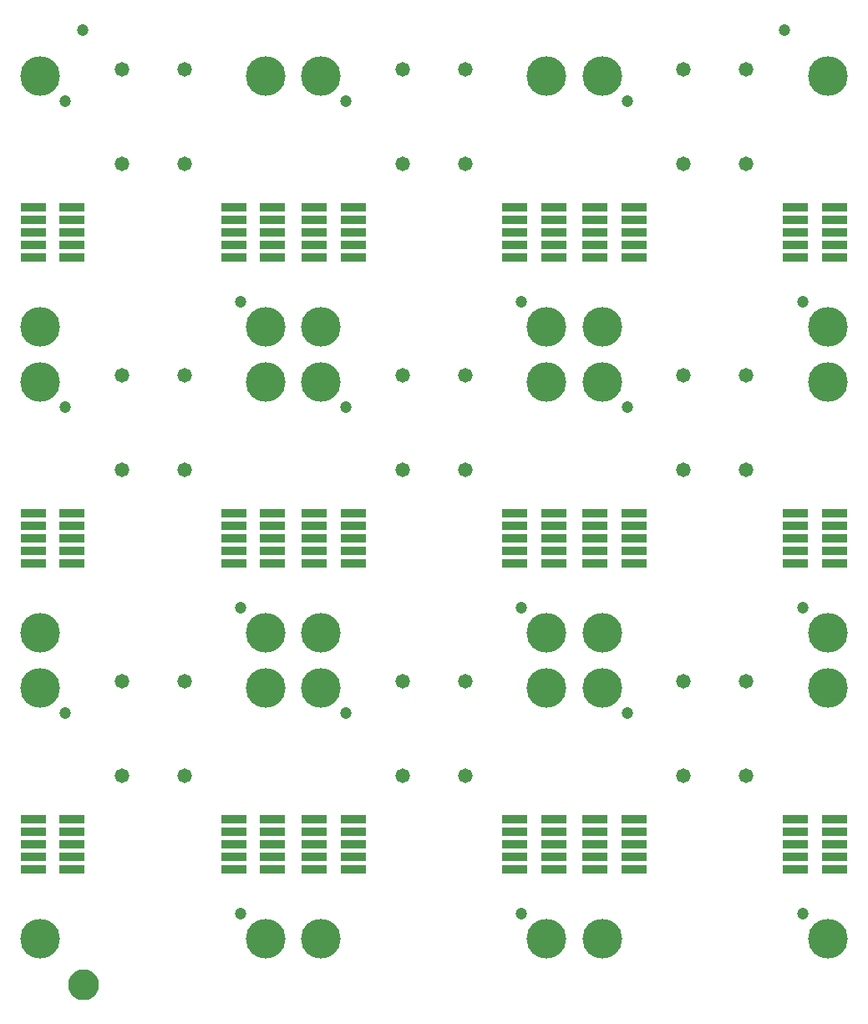
<source format=gbs>
G04 EAGLE Gerber RS-274X export*
G75*
%MOMM*%
%FSLAX34Y34*%
%LPD*%
%INSoldermask Bottom*%
%IPPOS*%
%AMOC8*
5,1,8,0,0,1.08239X$1,22.5*%
G01*
%ADD10C,1.473200*%
%ADD11C,4.013200*%
%ADD12C,1.203200*%
%ADD13R,2.603200X0.963200*%
%ADD14C,1.270000*%
%ADD15C,1.703200*%


D10*
X107950Y285750D03*
X171450Y285750D03*
X107950Y190500D03*
X171450Y190500D03*
X392455Y285750D03*
X455955Y285750D03*
X392455Y190500D03*
X455955Y190500D03*
X676961Y285750D03*
X740461Y285750D03*
X676961Y190500D03*
X740461Y190500D03*
X107950Y595630D03*
X171450Y595630D03*
X107950Y500380D03*
X171450Y500380D03*
X392455Y595630D03*
X455955Y595630D03*
X392455Y500380D03*
X455955Y500380D03*
X676961Y595630D03*
X740461Y595630D03*
X676961Y500380D03*
X740461Y500380D03*
X107950Y905510D03*
X171450Y905510D03*
X107950Y810260D03*
X171450Y810260D03*
X392455Y905510D03*
X455955Y905510D03*
X392455Y810260D03*
X455955Y810260D03*
X676961Y905510D03*
X740461Y905510D03*
X676961Y810260D03*
X740461Y810260D03*
D11*
X254000Y25400D03*
X25400Y25400D03*
X254000Y279400D03*
X25400Y279400D03*
D12*
X50800Y254000D03*
X228600Y50800D03*
D13*
X18600Y120650D03*
X18600Y107950D03*
X18600Y95250D03*
X18600Y133350D03*
X18600Y146050D03*
X57600Y146050D03*
X57600Y133350D03*
X57600Y120650D03*
X57600Y107950D03*
X57600Y95250D03*
X221800Y120650D03*
X221800Y107950D03*
X221800Y95250D03*
X221800Y133350D03*
X221800Y146050D03*
X260800Y146050D03*
X260800Y133350D03*
X260800Y120650D03*
X260800Y107950D03*
X260800Y95250D03*
D11*
X538505Y25400D03*
X309905Y25400D03*
X538505Y279400D03*
X309905Y279400D03*
D12*
X335305Y254000D03*
X513105Y50800D03*
D13*
X303105Y120650D03*
X303105Y107950D03*
X303105Y95250D03*
X303105Y133350D03*
X303105Y146050D03*
X342105Y146050D03*
X342105Y133350D03*
X342105Y120650D03*
X342105Y107950D03*
X342105Y95250D03*
X506305Y120650D03*
X506305Y107950D03*
X506305Y95250D03*
X506305Y133350D03*
X506305Y146050D03*
X545305Y146050D03*
X545305Y133350D03*
X545305Y120650D03*
X545305Y107950D03*
X545305Y95250D03*
D11*
X823011Y25400D03*
X594411Y25400D03*
X823011Y279400D03*
X594411Y279400D03*
D12*
X619811Y254000D03*
X797611Y50800D03*
D13*
X587611Y120650D03*
X587611Y107950D03*
X587611Y95250D03*
X587611Y133350D03*
X587611Y146050D03*
X626611Y146050D03*
X626611Y133350D03*
X626611Y120650D03*
X626611Y107950D03*
X626611Y95250D03*
X790811Y120650D03*
X790811Y107950D03*
X790811Y95250D03*
X790811Y133350D03*
X790811Y146050D03*
X829811Y146050D03*
X829811Y133350D03*
X829811Y120650D03*
X829811Y107950D03*
X829811Y95250D03*
D11*
X254000Y335280D03*
X25400Y335280D03*
X254000Y589280D03*
X25400Y589280D03*
D12*
X50800Y563880D03*
X228600Y360680D03*
D13*
X18600Y430530D03*
X18600Y417830D03*
X18600Y405130D03*
X18600Y443230D03*
X18600Y455930D03*
X57600Y455930D03*
X57600Y443230D03*
X57600Y430530D03*
X57600Y417830D03*
X57600Y405130D03*
X221800Y430530D03*
X221800Y417830D03*
X221800Y405130D03*
X221800Y443230D03*
X221800Y455930D03*
X260800Y455930D03*
X260800Y443230D03*
X260800Y430530D03*
X260800Y417830D03*
X260800Y405130D03*
D11*
X538505Y335280D03*
X309905Y335280D03*
X538505Y589280D03*
X309905Y589280D03*
D12*
X335305Y563880D03*
X513105Y360680D03*
D13*
X303105Y430530D03*
X303105Y417830D03*
X303105Y405130D03*
X303105Y443230D03*
X303105Y455930D03*
X342105Y455930D03*
X342105Y443230D03*
X342105Y430530D03*
X342105Y417830D03*
X342105Y405130D03*
X506305Y430530D03*
X506305Y417830D03*
X506305Y405130D03*
X506305Y443230D03*
X506305Y455930D03*
X545305Y455930D03*
X545305Y443230D03*
X545305Y430530D03*
X545305Y417830D03*
X545305Y405130D03*
D11*
X823011Y335280D03*
X594411Y335280D03*
X823011Y589280D03*
X594411Y589280D03*
D12*
X619811Y563880D03*
X797611Y360680D03*
D13*
X587611Y430530D03*
X587611Y417830D03*
X587611Y405130D03*
X587611Y443230D03*
X587611Y455930D03*
X626611Y455930D03*
X626611Y443230D03*
X626611Y430530D03*
X626611Y417830D03*
X626611Y405130D03*
X790811Y430530D03*
X790811Y417830D03*
X790811Y405130D03*
X790811Y443230D03*
X790811Y455930D03*
X829811Y455930D03*
X829811Y443230D03*
X829811Y430530D03*
X829811Y417830D03*
X829811Y405130D03*
D11*
X254000Y645160D03*
X25400Y645160D03*
X254000Y899160D03*
X25400Y899160D03*
D12*
X50800Y873760D03*
X228600Y670560D03*
D13*
X18600Y740410D03*
X18600Y727710D03*
X18600Y715010D03*
X18600Y753110D03*
X18600Y765810D03*
X57600Y765810D03*
X57600Y753110D03*
X57600Y740410D03*
X57600Y727710D03*
X57600Y715010D03*
X221800Y740410D03*
X221800Y727710D03*
X221800Y715010D03*
X221800Y753110D03*
X221800Y765810D03*
X260800Y765810D03*
X260800Y753110D03*
X260800Y740410D03*
X260800Y727710D03*
X260800Y715010D03*
D11*
X538505Y645160D03*
X309905Y645160D03*
X538505Y899160D03*
X309905Y899160D03*
D12*
X335305Y873760D03*
X513105Y670560D03*
D13*
X303105Y740410D03*
X303105Y727710D03*
X303105Y715010D03*
X303105Y753110D03*
X303105Y765810D03*
X342105Y765810D03*
X342105Y753110D03*
X342105Y740410D03*
X342105Y727710D03*
X342105Y715010D03*
X506305Y740410D03*
X506305Y727710D03*
X506305Y715010D03*
X506305Y753110D03*
X506305Y765810D03*
X545305Y765810D03*
X545305Y753110D03*
X545305Y740410D03*
X545305Y727710D03*
X545305Y715010D03*
D11*
X823011Y645160D03*
X594411Y645160D03*
X823011Y899160D03*
X594411Y899160D03*
D12*
X619811Y873760D03*
X797611Y670560D03*
D13*
X587611Y740410D03*
X587611Y727710D03*
X587611Y715010D03*
X587611Y753110D03*
X587611Y765810D03*
X626611Y765810D03*
X626611Y753110D03*
X626611Y740410D03*
X626611Y727710D03*
X626611Y715010D03*
X790811Y740410D03*
X790811Y727710D03*
X790811Y715010D03*
X790811Y753110D03*
X790811Y765810D03*
X829811Y765810D03*
X829811Y753110D03*
X829811Y740410D03*
X829811Y727710D03*
X829811Y715010D03*
D12*
X68580Y945515D03*
X779247Y945515D03*
D14*
X59525Y-20955D02*
X59528Y-20733D01*
X59536Y-20511D01*
X59550Y-20289D01*
X59569Y-20067D01*
X59593Y-19847D01*
X59623Y-19626D01*
X59658Y-19407D01*
X59699Y-19188D01*
X59745Y-18971D01*
X59796Y-18755D01*
X59853Y-18540D01*
X59915Y-18326D01*
X59982Y-18115D01*
X60054Y-17904D01*
X60132Y-17696D01*
X60214Y-17490D01*
X60302Y-17286D01*
X60394Y-17083D01*
X60492Y-16884D01*
X60594Y-16687D01*
X60701Y-16492D01*
X60813Y-16300D01*
X60930Y-16111D01*
X61051Y-15924D01*
X61177Y-15741D01*
X61307Y-15561D01*
X61442Y-15384D01*
X61580Y-15211D01*
X61723Y-15041D01*
X61871Y-14874D01*
X62022Y-14711D01*
X62177Y-14552D01*
X62336Y-14397D01*
X62499Y-14246D01*
X62666Y-14098D01*
X62836Y-13955D01*
X63009Y-13817D01*
X63186Y-13682D01*
X63366Y-13552D01*
X63549Y-13426D01*
X63736Y-13305D01*
X63925Y-13188D01*
X64117Y-13076D01*
X64312Y-12969D01*
X64509Y-12867D01*
X64708Y-12769D01*
X64911Y-12677D01*
X65115Y-12589D01*
X65321Y-12507D01*
X65529Y-12429D01*
X65740Y-12357D01*
X65951Y-12290D01*
X66165Y-12228D01*
X66380Y-12171D01*
X66596Y-12120D01*
X66813Y-12074D01*
X67032Y-12033D01*
X67251Y-11998D01*
X67472Y-11968D01*
X67692Y-11944D01*
X67914Y-11925D01*
X68136Y-11911D01*
X68358Y-11903D01*
X68580Y-11900D01*
X68802Y-11903D01*
X69024Y-11911D01*
X69246Y-11925D01*
X69468Y-11944D01*
X69688Y-11968D01*
X69909Y-11998D01*
X70128Y-12033D01*
X70347Y-12074D01*
X70564Y-12120D01*
X70780Y-12171D01*
X70995Y-12228D01*
X71209Y-12290D01*
X71420Y-12357D01*
X71631Y-12429D01*
X71839Y-12507D01*
X72045Y-12589D01*
X72249Y-12677D01*
X72452Y-12769D01*
X72651Y-12867D01*
X72848Y-12969D01*
X73043Y-13076D01*
X73235Y-13188D01*
X73424Y-13305D01*
X73611Y-13426D01*
X73794Y-13552D01*
X73974Y-13682D01*
X74151Y-13817D01*
X74324Y-13955D01*
X74494Y-14098D01*
X74661Y-14246D01*
X74824Y-14397D01*
X74983Y-14552D01*
X75138Y-14711D01*
X75289Y-14874D01*
X75437Y-15041D01*
X75580Y-15211D01*
X75718Y-15384D01*
X75853Y-15561D01*
X75983Y-15741D01*
X76109Y-15924D01*
X76230Y-16111D01*
X76347Y-16300D01*
X76459Y-16492D01*
X76566Y-16687D01*
X76668Y-16884D01*
X76766Y-17083D01*
X76858Y-17286D01*
X76946Y-17490D01*
X77028Y-17696D01*
X77106Y-17904D01*
X77178Y-18115D01*
X77245Y-18326D01*
X77307Y-18540D01*
X77364Y-18755D01*
X77415Y-18971D01*
X77461Y-19188D01*
X77502Y-19407D01*
X77537Y-19626D01*
X77567Y-19847D01*
X77591Y-20067D01*
X77610Y-20289D01*
X77624Y-20511D01*
X77632Y-20733D01*
X77635Y-20955D01*
X77632Y-21177D01*
X77624Y-21399D01*
X77610Y-21621D01*
X77591Y-21843D01*
X77567Y-22063D01*
X77537Y-22284D01*
X77502Y-22503D01*
X77461Y-22722D01*
X77415Y-22939D01*
X77364Y-23155D01*
X77307Y-23370D01*
X77245Y-23584D01*
X77178Y-23795D01*
X77106Y-24006D01*
X77028Y-24214D01*
X76946Y-24420D01*
X76858Y-24624D01*
X76766Y-24827D01*
X76668Y-25026D01*
X76566Y-25223D01*
X76459Y-25418D01*
X76347Y-25610D01*
X76230Y-25799D01*
X76109Y-25986D01*
X75983Y-26169D01*
X75853Y-26349D01*
X75718Y-26526D01*
X75580Y-26699D01*
X75437Y-26869D01*
X75289Y-27036D01*
X75138Y-27199D01*
X74983Y-27358D01*
X74824Y-27513D01*
X74661Y-27664D01*
X74494Y-27812D01*
X74324Y-27955D01*
X74151Y-28093D01*
X73974Y-28228D01*
X73794Y-28358D01*
X73611Y-28484D01*
X73424Y-28605D01*
X73235Y-28722D01*
X73043Y-28834D01*
X72848Y-28941D01*
X72651Y-29043D01*
X72452Y-29141D01*
X72249Y-29233D01*
X72045Y-29321D01*
X71839Y-29403D01*
X71631Y-29481D01*
X71420Y-29553D01*
X71209Y-29620D01*
X70995Y-29682D01*
X70780Y-29739D01*
X70564Y-29790D01*
X70347Y-29836D01*
X70128Y-29877D01*
X69909Y-29912D01*
X69688Y-29942D01*
X69468Y-29966D01*
X69246Y-29985D01*
X69024Y-29999D01*
X68802Y-30007D01*
X68580Y-30010D01*
X68358Y-30007D01*
X68136Y-29999D01*
X67914Y-29985D01*
X67692Y-29966D01*
X67472Y-29942D01*
X67251Y-29912D01*
X67032Y-29877D01*
X66813Y-29836D01*
X66596Y-29790D01*
X66380Y-29739D01*
X66165Y-29682D01*
X65951Y-29620D01*
X65740Y-29553D01*
X65529Y-29481D01*
X65321Y-29403D01*
X65115Y-29321D01*
X64911Y-29233D01*
X64708Y-29141D01*
X64509Y-29043D01*
X64312Y-28941D01*
X64117Y-28834D01*
X63925Y-28722D01*
X63736Y-28605D01*
X63549Y-28484D01*
X63366Y-28358D01*
X63186Y-28228D01*
X63009Y-28093D01*
X62836Y-27955D01*
X62666Y-27812D01*
X62499Y-27664D01*
X62336Y-27513D01*
X62177Y-27358D01*
X62022Y-27199D01*
X61871Y-27036D01*
X61723Y-26869D01*
X61580Y-26699D01*
X61442Y-26526D01*
X61307Y-26349D01*
X61177Y-26169D01*
X61051Y-25986D01*
X60930Y-25799D01*
X60813Y-25610D01*
X60701Y-25418D01*
X60594Y-25223D01*
X60492Y-25026D01*
X60394Y-24827D01*
X60302Y-24624D01*
X60214Y-24420D01*
X60132Y-24214D01*
X60054Y-24006D01*
X59982Y-23795D01*
X59915Y-23584D01*
X59853Y-23370D01*
X59796Y-23155D01*
X59745Y-22939D01*
X59699Y-22722D01*
X59658Y-22503D01*
X59623Y-22284D01*
X59593Y-22063D01*
X59569Y-21843D01*
X59550Y-21621D01*
X59536Y-21399D01*
X59528Y-21177D01*
X59525Y-20955D01*
D15*
X68580Y-20955D03*
M02*

</source>
